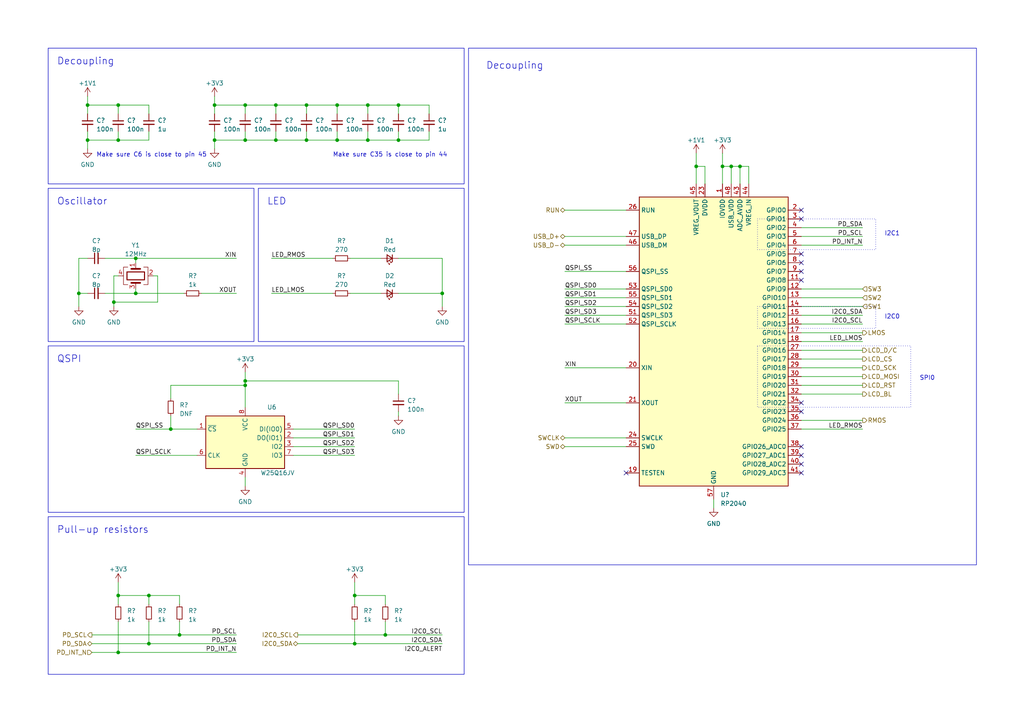
<source format=kicad_sch>
(kicad_sch (version 20230121) (generator eeschema)
  (paper "A4")
  (title_block (title "RP2040 Microcontroller") (date "2023-03-17") (rev "1") (company "Cuprum77"))
  (lib_symbols
    (symbol "Device:C_Small" (pin_numbers hide) (pin_names (offset 0.254) hide)
      (property "Reference" "C" (at 0.254 1.778 0))
      (property "Value" "C_Small" (at 0.254 -2.032 0))
      (symbol "C_Small_0_1"
        (polyline (pts (xy -1.524 -0.508) (xy 1.524 -0.508)) (stroke (width 0.3302)))
        (polyline (pts (xy -1.524 0.508) (xy 1.524 0.508)) (stroke (width 0.3048)))
      )
      (symbol "C_Small_1_1"
        (pin passive line (at 0 2.54 270) (length 2.032) (name "~") (number "1"))
        (pin passive line (at 0 -2.54 90) (length 2.032) (name "~") (number "2"))
      )
    )
    (symbol "Device:Crystal_GND24" (pin_names (offset 1.016) hide)
      (property "Reference" "Y" (at 3.175 5.08 0))
      (property "Value" "Crystal_GND24" (at 3.175 3.175 0))
      (symbol "Crystal_GND24_0_1"
        (rectangle (start -1.143 2.54) (end 1.143 -2.54) (stroke (width 0.3048)))
        (polyline (pts (xy -2.54 0) (xy -2.032 0)))
        (polyline (pts (xy -2.032 -1.27) (xy -2.032 1.27)) (stroke (width 0.508)))
        (polyline (pts (xy 0 -3.81) (xy 0 -3.556)))
        (polyline (pts (xy 0 3.556) (xy 0 3.81)))
        (polyline (pts (xy 2.032 -1.27) (xy 2.032 1.27)) (stroke (width 0.508)))
        (polyline (pts (xy 2.032 0) (xy 2.54 0)))
        (polyline (pts (xy -2.54 -2.286) (xy -2.54 -3.556) (xy 2.54 -3.556) (xy 2.54 -2.286)))
        (polyline (pts (xy -2.54 2.286) (xy -2.54 3.556) (xy 2.54 3.556) (xy 2.54 2.286)))
      )
      (symbol "Crystal_GND24_1_1"
        (pin passive line (at -3.81 0 0) (length 1.27) (name "1") (number "1"))
        (pin passive line (at 0 5.08 270) (length 1.27) (name "2") (number "2"))
        (pin passive line (at 3.81 0 180) (length 1.27) (name "3") (number "3"))
        (pin passive line (at 0 -5.08 90) (length 1.27) (name "4") (number "4"))
      )
    )
    (symbol "Device:LED_Small" (pin_numbers hide) (pin_names (offset 0.254) hide)
      (property "Reference" "D" (at -1.27 3.175 0))
      (property "Value" "LED_Small" (at -4.445 -2.54 0))
      (symbol "LED_Small_0_1"
        (polyline (pts (xy -0.762 -1.016) (xy -0.762 1.016)) (stroke (width 0.254)))
        (polyline (pts (xy 1.016 0) (xy -0.762 0)))
        (polyline (pts (xy 0.762 -1.016) (xy -0.762 0) (xy 0.762 1.016) (xy 0.762 -1.016)) (stroke (width 0.254)))
        (polyline (pts (xy 0 0.762) (xy -0.508 1.27) (xy -0.254 1.27) (xy -0.508 1.27) (xy -0.508 1.016)))
        (polyline (pts (xy 0.508 1.27) (xy 0 1.778) (xy 0.254 1.778) (xy 0 1.778) (xy 0 1.524)))
      )
      (symbol "LED_Small_1_1"
        (pin passive line (at -2.54 0 0) (length 1.778) (name "K") (number "1"))
        (pin passive line (at 2.54 0 180) (length 1.778) (name "A") (number "2"))
      )
    )
    (symbol "Device:R_Small" (pin_numbers hide) (pin_names (offset 0.254) hide)
      (property "Reference" "R" (at 0.762 0.508 0))
      (property "Value" "R_Small" (at 0.762 -1.016 0))
      (symbol "R_Small_0_1"
        (rectangle (start -0.762 1.778) (end 0.762 -1.778) (stroke (width 0.2032)))
      )
      (symbol "R_Small_1_1"
        (pin passive line (at 0 2.54 270) (length 0.762) (name "~") (number "1"))
        (pin passive line (at 0 -2.54 90) (length 0.762) (name "~") (number "2"))
      )
    )
    (symbol "MCU_RaspberryPi:RP2040"
      (property "Reference" "U" (at 17.78 45.72 0))
      (property "Value" "RP2040" (at 17.78 43.18 0))
      (symbol "RP2040_0_1"
        (rectangle (start -21.59 41.91) (end 21.59 -41.91) (stroke (width 0.254)) (fill (type background)))
      )
      (symbol "RP2040_1_1"
        (pin power_in line (at 2.54 45.72 270) (length 3.81) (name "IOVDD") (number "1"))
        (pin passive line (at 2.54 45.72 270) (length 3.81) hide (name "IOVDD") (number "10"))
        (pin bidirectional line (at 25.4 17.78 180) (length 3.81) (name "GPIO8") (number "11"))
        (pin bidirectional line (at 25.4 15.24 180) (length 3.81) (name "GPIO9") (number "12"))
        (pin bidirectional line (at 25.4 12.7 180) (length 3.81) (name "GPIO10") (number "13"))
        (pin bidirectional line (at 25.4 10.16 180) (length 3.81) (name "GPIO11") (number "14"))
        (pin bidirectional line (at 25.4 7.62 180) (length 3.81) (name "GPIO12") (number "15"))
        (pin bidirectional line (at 25.4 5.08 180) (length 3.81) (name "GPIO13") (number "16"))
        (pin bidirectional line (at 25.4 2.54 180) (length 3.81) (name "GPIO14") (number "17"))
        (pin bidirectional line (at 25.4 0 180) (length 3.81) (name "GPIO15") (number "18"))
        (pin input line (at -25.4 -38.1 0) (length 3.81) (name "TESTEN") (number "19"))
        (pin bidirectional line (at 25.4 38.1 180) (length 3.81) (name "GPIO0") (number "2"))
        (pin input line (at -25.4 -7.62 0) (length 3.81) (name "XIN") (number "20"))
        (pin passive line (at -25.4 -17.78 0) (length 3.81) (name "XOUT") (number "21"))
        (pin passive line (at 2.54 45.72 270) (length 3.81) hide (name "IOVDD") (number "22"))
        (pin power_in line (at -2.54 45.72 270) (length 3.81) (name "DVDD") (number "23"))
        (pin output line (at -25.4 -27.94 0) (length 3.81) (name "SWCLK") (number "24"))
        (pin bidirectional line (at -25.4 -30.48 0) (length 3.81) (name "SWD") (number "25"))
        (pin input line (at -25.4 38.1 0) (length 3.81) (name "RUN") (number "26"))
        (pin bidirectional line (at 25.4 -2.54 180) (length 3.81) (name "GPIO16") (number "27"))
        (pin bidirectional line (at 25.4 -5.08 180) (length 3.81) (name "GPIO17") (number "28"))
        (pin bidirectional line (at 25.4 -7.62 180) (length 3.81) (name "GPIO18") (number "29"))
        (pin bidirectional line (at 25.4 35.56 180) (length 3.81) (name "GPIO1") (number "3"))
        (pin bidirectional line (at 25.4 -10.16 180) (length 3.81) (name "GPIO19") (number "30"))
        (pin bidirectional line (at 25.4 -12.7 180) (length 3.81) (name "GPIO20") (number "31"))
        (pin bidirectional line (at 25.4 -15.24 180) (length 3.81) (name "GPIO21") (number "32"))
        (pin passive line (at 2.54 45.72 270) (length 3.81) hide (name "IOVDD") (number "33"))
        (pin bidirectional line (at 25.4 -17.78 180) (length 3.81) (name "GPIO22") (number "34"))
        (pin bidirectional line (at 25.4 -20.32 180) (length 3.81) (name "GPIO23") (number "35"))
        (pin bidirectional line (at 25.4 -22.86 180) (length 3.81) (name "GPIO24") (number "36"))
        (pin bidirectional line (at 25.4 -25.4 180) (length 3.81) (name "GPIO25") (number "37"))
        (pin bidirectional line (at 25.4 -30.48 180) (length 3.81) (name "GPIO26_ADC0") (number "38"))
        (pin bidirectional line (at 25.4 -33.02 180) (length 3.81) (name "GPIO27_ADC1") (number "39"))
        (pin bidirectional line (at 25.4 33.02 180) (length 3.81) (name "GPIO2") (number "4"))
        (pin bidirectional line (at 25.4 -35.56 180) (length 3.81) (name "GPIO28_ADC2") (number "40"))
        (pin bidirectional line (at 25.4 -38.1 180) (length 3.81) (name "GPIO29_ADC3") (number "41"))
        (pin passive line (at 2.54 45.72 270) (length 3.81) hide (name "IOVDD") (number "42"))
        (pin power_in line (at 7.62 45.72 270) (length 3.81) (name "ADC_AVDD") (number "43"))
        (pin power_in line (at 10.16 45.72 270) (length 3.81) (name "VREG_IN") (number "44"))
        (pin power_out line (at -5.08 45.72 270) (length 3.81) (name "VREG_VOUT") (number "45"))
        (pin bidirectional line (at -25.4 27.94 0) (length 3.81) (name "USB_DM") (number "46"))
        (pin bidirectional line (at -25.4 30.48 0) (length 3.81) (name "USB_DP") (number "47"))
        (pin power_in line (at 5.08 45.72 270) (length 3.81) (name "USB_VDD") (number "48"))
        (pin passive line (at 2.54 45.72 270) (length 3.81) hide (name "IOVDD") (number "49"))
        (pin bidirectional line (at 25.4 30.48 180) (length 3.81) (name "GPIO3") (number "5"))
        (pin passive line (at -2.54 45.72 270) (length 3.81) hide (name "DVDD") (number "50"))
        (pin bidirectional line (at -25.4 7.62 0) (length 3.81) (name "QSPI_SD3") (number "51"))
        (pin output line (at -25.4 5.08 0) (length 3.81) (name "QSPI_SCLK") (number "52"))
        (pin bidirectional line (at -25.4 15.24 0) (length 3.81) (name "QSPI_SD0") (number "53"))
        (pin bidirectional line (at -25.4 10.16 0) (length 3.81) (name "QSPI_SD2") (number "54"))
        (pin bidirectional line (at -25.4 12.7 0) (length 3.81) (name "QSPI_SD1") (number "55"))
        (pin bidirectional line (at -25.4 20.32 0) (length 3.81) (name "QSPI_SS") (number "56"))
        (pin power_in line (at 0 -45.72 90) (length 3.81) (name "GND") (number "57"))
        (pin bidirectional line (at 25.4 27.94 180) (length 3.81) (name "GPIO4") (number "6"))
        (pin bidirectional line (at 25.4 25.4 180) (length 3.81) (name "GPIO5") (number "7"))
        (pin bidirectional line (at 25.4 22.86 180) (length 3.81) (name "GPIO6") (number "8"))
        (pin bidirectional line (at 25.4 20.32 180) (length 3.81) (name "GPIO7") (number "9"))
      )
    )
    (symbol "Memory_Flash:W25Q32JVSS"
      (property "Reference" "U6" (at 6.35 10.16 0))
      (property "Value" "W25Q16JV" (at 4.445 -8.89 0))
      (symbol "W25Q32JVSS_0_1"
        (rectangle (start -11.43 7.62) (end 11.43 -7.62) (stroke (width 0.254)) (fill (type background)))
      )
      (symbol "W25Q32JVSS_1_1"
        (pin input line (at -13.97 3.81 0) (length 2.54) (name "~{CS}") (number "1"))
        (pin bidirectional line (at 13.97 1.27 180) (length 2.54) (name "DO(IO1)") (number "2"))
        (pin bidirectional line (at 13.97 -1.27 180) (length 2.54) (name "IO2") (number "3"))
        (pin power_in line (at 0 -10.16 90) (length 2.54) (name "GND") (number "4"))
        (pin bidirectional line (at 13.97 3.81 180) (length 2.54) (name "DI(IO0)") (number "5"))
        (pin input line (at -13.97 -3.81 0) (length 2.54) (name "CLK") (number "6"))
        (pin bidirectional line (at 13.97 -3.81 180) (length 2.54) (name "IO3") (number "7"))
        (pin power_in line (at 0 10.16 270) (length 2.54) (name "VCC") (number "8"))
      )
    )
    (symbol "power:+1V1" (power) (pin_names (offset 0))
      (property "Value" "+1V1" (at 0 3.556 0))
      (symbol "+1V1_0_1"
        (polyline (pts (xy -0.762 1.27) (xy 0 2.54)))
        (polyline (pts (xy 0 0) (xy 0 2.54)))
        (polyline (pts (xy 0 2.54) (xy 0.762 1.27)))
      )
      (symbol "+1V1_1_1"
        (pin power_in line (at 0 0 90) (length 0) hide (name "+1V1") (number "1"))
      )
    )
    (symbol "power:+3V3" (power) (pin_names (offset 0))
      (property "Value" "+3V3" (at 0 3.556 0))
      (symbol "+3V3_0_1"
        (polyline (pts (xy -0.762 1.27) (xy 0 2.54)))
        (polyline (pts (xy 0 0) (xy 0 2.54)))
        (polyline (pts (xy 0 2.54) (xy 0.762 1.27)))
      )
      (symbol "+3V3_1_1"
        (pin power_in line (at 0 0 90) (length 0) hide (name "+3V3") (number "1"))
      )
    )
    (symbol "power:GND" (power) (pin_names (offset 0))
      (property "Value" "GND" (at 0 -3.81 0))
      (symbol "GND_0_1"
        (polyline (pts (xy 0 0) (xy 0 -1.27) (xy 1.27 -1.27) (xy 0 -2.54) (xy -1.27 -1.27) (xy 0 -1.27)))
      )
      (symbol "GND_1_1"
        (pin power_in line (at 0 0 270) (length 0) hide (name "GND") (number "1"))
      )
    )
  )
  (junction (at 25.4 40.64))
  (junction (at 88.9 40.64))
  (junction (at 34.29 40.64))
  (junction (at 106.68 40.64))
  (junction (at 43.18 172.72))
  (junction (at 111.76 184.15))
  (junction (at 39.37 74.93))
  (junction (at 212.09 48.26))
  (junction (at 71.12 30.48))
  (junction (at 115.57 30.48))
  (junction (at 201.93 48.26))
  (junction (at 34.29 30.48))
  (junction (at 43.18 186.69))
  (junction (at 102.87 186.69))
  (junction (at 39.37 85.09))
  (junction (at 34.29 172.72))
  (junction (at 80.01 40.64))
  (junction (at 115.57 40.64))
  (junction (at 209.55 48.26))
  (junction (at 22.86 85.09))
  (junction (at 71.12 40.64))
  (junction (at 34.29 189.23))
  (junction (at 102.87 172.72))
  (junction (at 106.68 30.48))
  (junction (at 62.23 30.48))
  (junction (at 97.79 30.48))
  (junction (at 62.23 40.64))
  (junction (at 71.12 111.76))
  (junction (at 128.27 85.09))
  (junction (at 80.01 30.48))
  (junction (at 97.79 40.64))
  (junction (at 33.02 87.63))
  (junction (at 71.12 110.49))
  (junction (at 52.07 184.15))
  (junction (at 88.9 30.48))
  (junction (at 49.53 124.46))
  (junction (at 25.4 30.48))
  (junction (at 214.63 48.26))
  (no_connect (at 232.41 63.5))
  (no_connect (at 232.41 76.2))
  (no_connect (at 232.41 119.38))
  (no_connect (at 232.41 78.74))
  (no_connect (at 232.41 60.96))
  (no_connect (at 232.41 137.16))
  (no_connect (at 232.41 73.66))
  (no_connect (at 232.41 134.62))
  (no_connect (at 232.41 116.84))
  (no_connect (at 232.41 81.28))
  (no_connect (at 232.41 129.54))
  (no_connect (at 181.61 137.16))
  (no_connect (at 232.41 132.08))
  (wire (pts (xy 201.93 53.34) (xy 201.93 48.26)))
  (wire (pts (xy 97.79 30.48) (xy 97.79 33.02)))
  (wire (pts (xy 102.87 168.91) (xy 102.87 172.72)))
  (wire (pts (xy 22.86 85.09) (xy 25.4 85.09)))
  (wire (pts (xy 102.87 175.26) (xy 102.87 172.72)))
  (wire (pts (xy 102.87 132.08) (xy 85.09 132.08)))
  (wire (pts (xy 43.18 180.34) (xy 43.18 186.69)))
  (wire (pts (xy 33.02 87.63) (xy 33.02 80.01)))
  (wire (pts (xy 71.12 140.97) (xy 71.12 138.43)))
  (wire (pts (xy 232.41 121.92) (xy 250.19 121.92)))
  (wire (pts (xy 163.83 78.74) (xy 181.61 78.74)))
  (wire (pts (xy 232.41 99.06) (xy 250.19 99.06)))
  (wire (pts (xy 111.76 180.34) (xy 111.76 184.15)))
  (wire (pts (xy 34.29 189.23) (xy 68.58 189.23)))
  (wire (pts (xy 71.12 107.95) (xy 71.12 110.49)))
  (wire (pts (xy 214.63 48.26) (xy 212.09 48.26)))
  (wire (pts (xy 232.41 88.9) (xy 250.19 88.9)))
  (wire (pts (xy 52.07 184.15) (xy 68.58 184.15)))
  (wire (pts (xy 71.12 30.48) (xy 80.01 30.48)))
  (wire (pts (xy 232.41 106.68) (xy 250.19 106.68)))
  (wire (pts (xy 209.55 44.45) (xy 209.55 48.26)))
  (wire (pts (xy 217.17 48.26) (xy 214.63 48.26)))
  (wire (pts (xy 209.55 48.26) (xy 209.55 53.34)))
  (wire (pts (xy 115.57 40.64) (xy 124.46 40.64)))
  (wire (pts (xy 163.83 86.36) (xy 181.61 86.36)))
  (wire (pts (xy 207.01 147.32) (xy 207.01 144.78)))
  (wire (pts (xy 115.57 30.48) (xy 115.57 33.02)))
  (wire (pts (xy 52.07 172.72) (xy 43.18 172.72)))
  (wire (pts (xy 163.83 93.98) (xy 181.61 93.98)))
  (wire (pts (xy 22.86 88.9) (xy 22.86 85.09)))
  (wire (pts (xy 86.36 184.15) (xy 111.76 184.15)))
  (wire (pts (xy 163.83 91.44) (xy 181.61 91.44)))
  (wire (pts (xy 115.57 114.3) (xy 115.57 110.49)))
  (wire (pts (xy 80.01 40.64) (xy 88.9 40.64)))
  (wire (pts (xy 102.87 129.54) (xy 85.09 129.54)))
  (wire (pts (xy 115.57 85.09) (xy 128.27 85.09)))
  (wire (pts (xy 62.23 30.48) (xy 71.12 30.48)))
  (wire (pts (xy 232.41 93.98) (xy 250.19 93.98)))
  (wire (pts (xy 62.23 38.1) (xy 62.23 40.64)))
  (wire (pts (xy 62.23 30.48) (xy 62.23 33.02)))
  (wire (pts (xy 96.52 85.09) (xy 78.74 85.09)))
  (wire (pts (xy 39.37 85.09) (xy 39.37 83.82)))
  (wire (pts (xy 232.41 104.14) (xy 250.19 104.14)))
  (wire (pts (xy 44.45 80.01) (xy 45.72 80.01)))
  (wire (pts (xy 25.4 40.64) (xy 25.4 43.18)))
  (wire (pts (xy 49.53 111.76) (xy 71.12 111.76)))
  (wire (pts (xy 204.47 48.26) (xy 204.47 53.34)))
  (wire (pts (xy 45.72 87.63) (xy 33.02 87.63)))
  (wire (pts (xy 34.29 180.34) (xy 34.29 189.23)))
  (wire (pts (xy 128.27 85.09) (xy 128.27 88.9)))
  (wire (pts (xy 97.79 40.64) (xy 106.68 40.64)))
  (wire (pts (xy 106.68 40.64) (xy 106.68 38.1)))
  (wire (pts (xy 163.83 116.84) (xy 181.61 116.84)))
  (wire (pts (xy 30.48 74.93) (xy 39.37 74.93)))
  (wire (pts (xy 102.87 124.46) (xy 85.09 124.46)))
  (wire (pts (xy 163.83 83.82) (xy 181.61 83.82)))
  (wire (pts (xy 25.4 30.48) (xy 25.4 33.02)))
  (wire (pts (xy 39.37 85.09) (xy 53.34 85.09)))
  (wire (pts (xy 232.41 91.44) (xy 250.19 91.44)))
  (wire (pts (xy 163.83 71.12) (xy 181.61 71.12)))
  (wire (pts (xy 250.19 96.52) (xy 232.41 96.52)))
  (wire (pts (xy 39.37 124.46) (xy 49.53 124.46)))
  (wire (pts (xy 163.83 106.68) (xy 181.61 106.68)))
  (wire (pts (xy 33.02 80.01) (xy 34.29 80.01)))
  (wire (pts (xy 111.76 175.26) (xy 111.76 172.72)))
  (wire (pts (xy 80.01 30.48) (xy 80.01 33.02)))
  (wire (pts (xy 25.4 27.94) (xy 25.4 30.48)))
  (wire (pts (xy 49.53 124.46) (xy 57.15 124.46)))
  (wire (pts (xy 232.41 114.3) (xy 250.19 114.3)))
  (wire (pts (xy 232.41 124.46) (xy 250.19 124.46)))
  (wire (pts (xy 52.07 180.34) (xy 52.07 184.15)))
  (wire (pts (xy 102.87 180.34) (xy 102.87 186.69)))
  (wire (pts (xy 71.12 111.76) (xy 71.12 118.11)))
  (wire (pts (xy 68.58 85.09) (xy 58.42 85.09)))
  (wire (pts (xy 49.53 111.76) (xy 49.53 115.57)))
  (wire (pts (xy 115.57 40.64) (xy 115.57 38.1)))
  (wire (pts (xy 43.18 30.48) (xy 43.18 33.02)))
  (wire (pts (xy 71.12 40.64) (xy 80.01 40.64)))
  (wire (pts (xy 52.07 175.26) (xy 52.07 172.72)))
  (wire (pts (xy 163.83 68.58) (xy 181.61 68.58)))
  (wire (pts (xy 212.09 53.34) (xy 212.09 48.26)))
  (wire (pts (xy 26.67 189.23) (xy 34.29 189.23)))
  (wire (pts (xy 88.9 40.64) (xy 97.79 40.64)))
  (wire (pts (xy 49.53 120.65) (xy 49.53 124.46)))
  (wire (pts (xy 163.83 129.54) (xy 181.61 129.54)))
  (wire (pts (xy 22.86 85.09) (xy 22.86 74.93)))
  (wire (pts (xy 39.37 76.2) (xy 39.37 74.93)))
  (wire (pts (xy 101.6 74.93) (xy 110.49 74.93)))
  (wire (pts (xy 97.79 40.64) (xy 97.79 38.1)))
  (wire (pts (xy 106.68 30.48) (xy 106.68 33.02)))
  (wire (pts (xy 106.68 40.64) (xy 115.57 40.64)))
  (wire (pts (xy 43.18 30.48) (xy 34.29 30.48)))
  (wire (pts (xy 96.52 74.93) (xy 78.74 74.93)))
  (wire (pts (xy 45.72 80.01) (xy 45.72 87.63)))
  (wire (pts (xy 115.57 30.48) (xy 124.46 30.48)))
  (wire (pts (xy 22.86 74.93) (xy 25.4 74.93)))
  (wire (pts (xy 71.12 110.49) (xy 115.57 110.49)))
  (wire (pts (xy 232.41 111.76) (xy 250.19 111.76)))
  (wire (pts (xy 71.12 40.64) (xy 71.12 38.1)))
  (wire (pts (xy 71.12 30.48) (xy 71.12 33.02)))
  (wire (pts (xy 34.29 30.48) (xy 34.29 33.02)))
  (wire (pts (xy 86.36 186.69) (xy 102.87 186.69)))
  (wire (pts (xy 217.17 53.34) (xy 217.17 48.26)))
  (wire (pts (xy 34.29 172.72) (xy 34.29 175.26)))
  (wire (pts (xy 97.79 30.48) (xy 106.68 30.48)))
  (wire (pts (xy 43.18 186.69) (xy 68.58 186.69)))
  (wire (pts (xy 232.41 109.22) (xy 250.19 109.22)))
  (wire (pts (xy 26.67 184.15) (xy 52.07 184.15)))
  (wire (pts (xy 34.29 168.91) (xy 34.29 172.72)))
  (wire (pts (xy 25.4 40.64) (xy 34.29 40.64)))
  (wire (pts (xy 232.41 66.04) (xy 250.19 66.04)))
  (wire (pts (xy 43.18 175.26) (xy 43.18 172.72)))
  (wire (pts (xy 88.9 30.48) (xy 88.9 33.02)))
  (wire (pts (xy 128.27 74.93) (xy 128.27 85.09)))
  (wire (pts (xy 106.68 30.48) (xy 115.57 30.48)))
  (wire (pts (xy 232.41 71.12) (xy 250.19 71.12)))
  (wire (pts (xy 128.27 74.93) (xy 115.57 74.93)))
  (wire (pts (xy 232.41 68.58) (xy 250.19 68.58)))
  (wire (pts (xy 232.41 86.36) (xy 250.19 86.36)))
  (wire (pts (xy 102.87 127) (xy 85.09 127)))
  (wire (pts (xy 33.02 88.9) (xy 33.02 87.63)))
  (wire (pts (xy 201.93 44.45) (xy 201.93 48.26)))
  (wire (pts (xy 25.4 38.1) (xy 25.4 40.64)))
  (wire (pts (xy 43.18 38.1) (xy 43.18 40.64)))
  (wire (pts (xy 163.83 88.9) (xy 181.61 88.9)))
  (wire (pts (xy 124.46 40.64) (xy 124.46 38.1)))
  (wire (pts (xy 80.01 30.48) (xy 88.9 30.48)))
  (wire (pts (xy 115.57 120.65) (xy 115.57 119.38)))
  (wire (pts (xy 88.9 30.48) (xy 97.79 30.48)))
  (wire (pts (xy 212.09 48.26) (xy 209.55 48.26)))
  (wire (pts (xy 102.87 186.69) (xy 128.27 186.69)))
  (wire (pts (xy 34.29 38.1) (xy 34.29 40.64)))
  (wire (pts (xy 43.18 172.72) (xy 34.29 172.72)))
  (wire (pts (xy 163.83 60.96) (xy 181.61 60.96)))
  (wire (pts (xy 30.48 85.09) (xy 39.37 85.09)))
  (wire (pts (xy 34.29 30.48) (xy 25.4 30.48)))
  (wire (pts (xy 62.23 40.64) (xy 71.12 40.64)))
  (wire (pts (xy 111.76 184.15) (xy 128.27 184.15)))
  (wire (pts (xy 232.41 83.82) (xy 250.19 83.82)))
  (wire (pts (xy 62.23 43.18) (xy 62.23 40.64)))
  (wire (pts (xy 101.6 85.09) (xy 110.49 85.09)))
  (wire (pts (xy 232.41 101.6) (xy 250.19 101.6)))
  (wire (pts (xy 71.12 110.49) (xy 71.12 111.76)))
  (wire (pts (xy 201.93 48.26) (xy 204.47 48.26)))
  (wire (pts (xy 80.01 40.64) (xy 80.01 38.1)))
  (wire (pts (xy 62.23 27.94) (xy 62.23 30.48)))
  (wire (pts (xy 163.83 127) (xy 181.61 127)))
  (wire (pts (xy 88.9 40.64) (xy 88.9 38.1)))
  (wire (pts (xy 214.63 53.34) (xy 214.63 48.26)))
  (wire (pts (xy 39.37 74.93) (xy 68.58 74.93)))
  (wire (pts (xy 26.67 186.69) (xy 43.18 186.69)))
  (wire (pts (xy 124.46 30.48) (xy 124.46 33.02)))
  (wire (pts (xy 102.87 172.72) (xy 111.76 172.72)))
  (wire (pts (xy 39.37 132.08) (xy 57.15 132.08)))
  (wire (pts (xy 34.29 40.64) (xy 43.18 40.64)))
  (rectangle (start 13.97 149.86) (end 134.62 195.58))
  (rectangle (start 74.93 54.61) (end 134.62 99.06))
  (rectangle (start 219.71 63.5) (end 254 72.39) (stroke (width 0) (type dot)))
  (rectangle (start 219.71 100.33) (end 264.16 118.11) (stroke (width 0) (type dot)))
  (rectangle (start 13.97 100.33) (end 134.62 148.59))
  (rectangle (start 13.97 54.61) (end 73.66 99.06))
  (rectangle (start 135.89 13.97) (end 283.21 163.83))
  (rectangle (start 13.97 13.97) (end 134.62 53.34))
  (rectangle (start 219.71 88.9) (end 254 95.25) (stroke (width 0) (type dot)))
  (text "Oscillator" (at 16.51 59.69 0) (effects (font (size 2 2)) (justify left bottom)))
  (text "SPI0" (at 266.7 110.49 0) (effects (font (size 1.27 1.27)) (justify left bottom)))
  (text "Pull-up resistors" (at 16.51 154.94 0) (effects (font (size 2 2)) (justify left bottom)))
  (text "I2C1" (at 256.54 68.58 0) (effects (font (size 1.27 1.27)) (justify left bottom)))
  (text "LED" (at 77.47 59.69 0) (effects (font (size 2 2)) (justify left bottom)))
  (text "Decoupling" (at 16.51 19.05 0) (effects (font (size 2 2)) (justify left bottom)))
  (text "QSPI" (at 16.51 105.41 0) (effects (font (size 2 2)) (justify left bottom)))
  (text "Decoupling" (at 140.97 20.32 0) (effects (font (size 2 2)) (justify left bottom)))
  (text "Make sure C6 is close to pin 45" (at 27.94 45.72 0) (effects (font (size 1.27 1.27)) (justify left bottom)))
  (text "I2C0" (at 256.54 92.71 0) (effects (font (size 1.27 1.27)) (justify left bottom)))
  (text "Make sure C35 is close to pin 44" (at 96.52 45.72 0) (effects (font (size 1.27 1.27)) (justify left bottom)))
  (label "QSPI_SD1" (at 163.83 86.36 0))
  (label "I2C0_ALERT" (at 128.27 189.23 180))
  (label "I2C0_SCL" (at 250.19 93.98 180))
  (label "XOUT" (at 68.58 85.09 180))
  (label "I2C0_SCL" (at 128.27 184.15 180))
  (label "QSPI_SCLK" (at 39.37 132.08 0))
  (label "LED_RMOS" (at 78.74 74.93 0))
  (label "LED_LMOS" (at 78.74 85.09 0))
  (label "XOUT" (at 163.83 116.84 0))
  (label "PD_INT_N" (at 68.58 189.23 180))
  (label "QSPI_SD0" (at 102.87 124.46 180))
  (label "LED_LMOS" (at 250.19 99.06 180))
  (label "PD_SCL" (at 250.19 68.58 180))
  (label "QSPI_SS" (at 163.83 78.74 0))
  (label "QSPI_SS" (at 39.37 124.46 0))
  (label "PD_SDA" (at 68.58 186.69 180))
  (label "LED_RMOS" (at 250.19 124.46 180))
  (label "QSPI_SD3" (at 163.83 91.44 0))
  (label "PD_INT_N" (at 250.19 71.12 180))
  (label "QSPI_SD2" (at 102.87 129.54 180))
  (label "QSPI_SD0" (at 163.83 83.82 0))
  (label "PD_SDA" (at 250.19 66.04 180))
  (label "XIN" (at 68.58 74.93 180))
  (label "PD_SCL" (at 68.58 184.15 180))
  (label "QSPI_SCLK" (at 163.83 93.98 0))
  (label "I2C0_SDA" (at 250.19 91.44 180))
  (label "I2C0_SDA" (at 128.27 186.69 180))
  (label "QSPI_SD3" (at 102.87 132.08 180))
  (label "QSPI_SD1" (at 102.87 127 180))
  (label "QSPI_SD2" (at 163.83 88.9 0))
  (label "XIN" (at 163.83 106.68 0))
  (hierarchical_label "RMOS" (shape output) (at 250.19 121.92 0))
  (hierarchical_label "LCD_MOSI" (shape output) (at 250.19 109.22 0))
  (hierarchical_label "RUN" (shape bidirectional) (at 163.83 60.96 180))
  (hierarchical_label "PD_INT_N" (shape input) (at 26.67 189.23 180))
  (hierarchical_label "LMOS" (shape output) (at 250.19 96.52 0))
  (hierarchical_label "LCD_CS" (shape output) (at 250.19 104.14 0))
  (hierarchical_label "SW2" (shape input) (at 250.19 86.36 0))
  (hierarchical_label "LCD_RST" (shape output) (at 250.19 111.76 0))
  (hierarchical_label "I2C0_SCL" (shape output) (at 86.36 184.15 180))
  (hierarchical_label "LCD_BL" (shape output) (at 250.19 114.3 0))
  (hierarchical_label "LCD_SCK" (shape output) (at 250.19 106.68 0))
  (hierarchical_label "SWCLK" (shape bidirectional) (at 163.83 127 180))
  (hierarchical_label "PD_SDA" (shape bidirectional) (at 26.67 186.69 180))
  (hierarchical_label "SW3" (shape input) (at 250.19 83.82 0))
  (hierarchical_label "SW1" (shape input) (at 250.19 88.9 0))
  (hierarchical_label "I2C0_SDA" (shape bidirectional) (at 86.36 186.69 180))
  (hierarchical_label "USB_D+" (shape bidirectional) (at 163.83 68.58 180))
  (hierarchical_label "PD_SCL" (shape output) (at 26.67 184.15 180))
  (hierarchical_label "SWD" (shape bidirectional) (at 163.83 129.54 180))
  (hierarchical_label "USB_D-" (shape bidirectional) (at 163.83 71.12 180))
  (hierarchical_label "LCD_D{slash}C" (shape output) (at 250.19 101.6 0))
  (symbol (lib_id "power:GND") (at 25.4 43.18 0) (unit 1)
    (property "Reference" "#PWR?" (effects hide))
    (property "Value" "GND" (at 25.4 47.7425 0))
    (instances (project "USB-PD" (path "" (reference "#PWR?") (unit 1)) (path "" (reference "#PWR08") (unit 1))))
  )
  (symbol (lib_id "power:+3V3") (at 209.55 44.45 0) (unit 1)
    (property "Reference" "#PWR?" (effects hide))
    (property "Value" "+3V3" (at 209.55 40.64 0))
    (instances (project "USB-PD" (path "" (reference "#PWR?") (unit 1)) (path "" (reference "#PWR021") (unit 1))))
  )
  (symbol (lib_id "power:+3V3") (at 62.23 27.94 0) (unit 1)
    (property "Reference" "#PWR?" (effects hide))
    (property "Value" "+3V3" (at 62.23 24.13 0))
    (instances (project "USB-PD" (path "" (reference "#PWR?") (unit 1)) (path "" (reference "#PWR010") (unit 1))))
  )
  (symbol (lib_id "power:+3V3") (at 34.29 168.91 0) (unit 1)
    (property "Reference" "#PWR?" (effects hide))
    (property "Value" "+3V3" (at 34.29 165.1 0))
    (instances (project "USB-PD" (path "" (reference "#PWR?") (unit 1)) (path "" (reference "#PWR041") (unit 1)) (path "" (reference "#PWR041") (unit 1))))
  )
  (symbol (lib_id "Device:R_Small") (at 52.07 177.8 180) (unit 1)
    (property "Reference" "R?" (at 54.61 177.165 0) (effects (justify right)))
    (property "Value" "1k" (at 54.61 179.705 0) (effects (justify right)))
    (property "Footprint" "Cuprum:R_0603_1608Metric" (effects hide))
    (instances (project "USB-PD" (path "" (reference "R?") (unit 1)) (path "" (reference "R9") (unit 1)) (path "" (reference "R12") (unit 1)) (path "" (reference "R10") (unit 1))))
  )
  (symbol (lib_id "Device:LED_Small") (at 113.03 74.93 180) (unit 1)
    (property "Reference" "D1" (at 113.03 69.85 0))
    (property "Value" "Red" (at 113.03 72.39 0))
    (property "Footprint" "Diode_SMD:D_0805_2012Metric" (effects hide))
  )
  (symbol (lib_id "Device:C_Small") (at 34.29 35.56 0) (unit 1)
    (property "Reference" "C?" (at 36.83 34.9313 0) (effects (justify left)))
    (property "Value" "100n" (at 36.83 37.4713 0) (effects (justify left)))
    (property "Footprint" "KiCAD Library:C_0603_1608Metric" (effects hide))
    (instances (project "USB-PD" (path "" (reference "C?") (unit 1)) (path "" (reference "C10") (unit 1))))
  )
  (symbol (lib_id "power:GND") (at 207.01 147.32 0) (unit 1)
    (property "Reference" "#PWR?" (effects hide))
    (property "Value" "GND" (at 207.01 151.8825 0))
    (instances (project "USB-PD" (path "" (reference "#PWR?") (unit 1)) (path "" (reference "#PWR028") (unit 1))))
  )
  (symbol (lib_id "power:GND") (at 128.27 88.9 0) (unit 1)
    (property "Reference" "#PWR?" (effects hide))
    (property "Value" "GND" (at 128.27 93.4625 0))
    (instances (project "USB-PD" (path "" (reference "#PWR?") (unit 1)) (path "" (reference "#PWR051") (unit 1))))
  )
  (symbol (lib_id "Device:Crystal_GND24") (at 39.37 80.01 270) (unit 1)
    (property "Reference" "Y1" (at 39.37 71.12 90))
    (property "Value" "12MHz" (at 39.37 73.66 90))
    (property "Footprint" "Crystal:Crystal_SMD_2520-4Pin_2.5x2.0mm" (effects hide))
  )
  (symbol (lib_id "Memory_Flash:W25Q32JVSS") (at 71.12 128.27 0) (unit 1)
    (property "Reference" "U6" (at 77.47 118.11 0) (effects (justify left)))
    (property "Value" "W25Q16JV" (at 75.565 137.16 0) (effects (justify left)))
    (property "Footprint" "Package_SO:SOIC-8_3.9x4.9mm_P1.27mm" (effects hide))
    (property "Datasheet" "http://www.winbond.com/resource-files/w25q32jv%20revg%2003272018%20plus.pdf" (effects hide))
  )
  (symbol (lib_id "Device:C_Small") (at 27.94 85.09 90) (unit 1)
    (property "Reference" "C?" (at 27.9463 80.01 90))
    (property "Value" "8p" (at 27.9463 82.55 90))
    (property "Footprint" "KiCAD Library:C_0603_1608Metric" (effects hide))
    (instances (project "USB-PD" (path "" (reference "C?") (unit 1)) (path "" (reference "C38") (unit 1))))
  )
  (symbol (lib_id "power:+1V1") (at 201.93 44.45 0) (unit 1)
    (property "Reference" "#PWR016" (effects hide))
    (property "Value" "+1V1" (at 201.93 40.64 0))
  )
  (symbol (lib_id "Device:R_Small") (at 102.87 177.8 180) (unit 1)
    (property "Reference" "R?" (at 105.41 177.165 0) (effects (justify right)))
    (property "Value" "1k" (at 105.41 179.705 0) (effects (justify right)))
    (property "Footprint" "Cuprum:R_0603_1608Metric" (effects hide))
    (instances (project "USB-PD" (path "" (reference "R?") (unit 1)) (path "" (reference "R9") (unit 1)) (path "" (reference "R12") (unit 1)) (path "" (reference "R12") (unit 1))))
  )
  (symbol (lib_id "Device:R_Small") (at 99.06 85.09 270) (unit 1)
    (property "Reference" "R?" (at 99.06 80.01 90))
    (property "Value" "270" (at 99.06 82.55 90))
    (property "Footprint" "Cuprum:R_0603_1608Metric" (effects hide))
    (instances (project "USB-PD" (path "" (reference "R?") (unit 1)) (path "" (reference "R9") (unit 1)) (path "" (reference "R12") (unit 1)) (path "" (reference "R14") (unit 1))))
  )
  (symbol (lib_id "MCU_RaspberryPi:RP2040") (at 207.01 99.06 0) (unit 1)
    (property "Reference" "U?" (at 208.9659 143.51 0) (effects (justify left)))
    (property "Value" "RP2040" (at 208.9659 146.05 0) (effects (justify left)))
    (property "Footprint" "Package_DFN_QFN:QFN-56-1EP_7x7mm_P0.4mm_EP3.2x3.2mm" (effects hide))
    (property "Datasheet" "https://datasheets.raspberrypi.com/rp2040/rp2040-datasheet.pdf" (effects hide))
    (instances (project "USB-PD" (path "" (reference "U?") (unit 1)) (path "" (reference "U2") (unit 1))))
  )
  (symbol (lib_id "power:+3V3") (at 71.12 107.95 0) (unit 1)
    (property "Reference" "#PWR?" (effects hide))
    (property "Value" "+3V3" (at 71.12 104.14 0))
    (instances (project "USB-PD" (path "" (reference "#PWR?") (unit 1)) (path "" (reference "#PWR050") (unit 1))))
  )
  (symbol (lib_id "Device:C_Small") (at 25.4 35.56 0) (unit 1)
    (property "Reference" "C?" (at 27.94 34.9313 0) (effects (justify left)))
    (property "Value" "100n" (at 27.94 37.4713 0) (effects (justify left)))
    (property "Footprint" "KiCAD Library:C_0603_1608Metric" (effects hide))
    (instances (project "USB-PD" (path "" (reference "C?") (unit 1)) (path "" (reference "C8") (unit 1))))
  )
  (symbol (lib_id "Device:R_Small") (at 55.88 85.09 270) (unit 1)
    (property "Reference" "R?" (at 55.88 80.01 90))
    (property "Value" "1k" (at 55.88 82.55 90))
    (property "Footprint" "Cuprum:R_0603_1608Metric" (effects hide))
    (instances (project "USB-PD" (path "" (reference "R?") (unit 1)) (path "" (reference "R9") (unit 1)) (path "" (reference "R12") (unit 1)) (path "" (reference "R15") (unit 1))))
  )
  (symbol (lib_id "Device:C_Small") (at 97.79 35.56 0) (unit 1)
    (property "Reference" "C?" (at 100.33 34.9313 0) (effects (justify left)))
    (property "Value" "100n" (at 100.33 37.4713 0) (effects (justify left)))
    (property "Footprint" "KiCAD Library:C_0603_1608Metric" (effects hide))
    (instances (project "USB-PD" (path "" (reference "C?") (unit 1)) (path "" (reference "C32") (unit 1))))
  )
  (symbol (lib_id "power:GND") (at 22.86 88.9 0) (unit 1)
    (property "Reference" "#PWR?" (effects hide))
    (property "Value" "GND" (at 22.86 93.4625 0))
    (instances (project "USB-PD" (path "" (reference "#PWR?") (unit 1)) (path "" (reference "#PWR052") (unit 1))))
  )
  (symbol (lib_id "Device:C_Small") (at 124.46 35.56 0) (unit 1)
    (property "Reference" "C?" (at 127 34.9313 0) (effects (justify left)))
    (property "Value" "1u" (at 127 37.4713 0) (effects (justify left)))
    (property "Footprint" "KiCAD Library:C_0603_1608Metric" (effects hide))
    (instances (project "USB-PD" (path "" (reference "C?") (unit 1)) (path "" (reference "C35") (unit 1))))
  )
  (symbol (lib_id "Device:C_Small") (at 106.68 35.56 0) (unit 1)
    (property "Reference" "C?" (at 109.22 34.9313 0) (effects (justify left)))
    (property "Value" "100n" (at 109.22 37.4713 0) (effects (justify left)))
    (property "Footprint" "KiCAD Library:C_0603_1608Metric" (effects hide))
    (instances (project "USB-PD" (path "" (reference "C?") (unit 1)) (path "" (reference "C33") (unit 1))))
  )
  (symbol (lib_id "power:GND") (at 33.02 88.9 0) (unit 1)
    (property "Reference" "#PWR?" (effects hide))
    (property "Value" "GND" (at 33.02 93.4625 0))
    (instances (project "USB-PD" (path "" (reference "#PWR?") (unit 1)) (path "" (reference "#PWR053") (unit 1))))
  )
  (symbol (lib_id "Device:R_Small") (at 99.06 74.93 270) (unit 1)
    (property "Reference" "R?" (at 99.06 69.85 90))
    (property "Value" "270" (at 99.06 72.39 90))
    (property "Footprint" "Cuprum:R_0603_1608Metric" (effects hide))
    (instances (project "USB-PD" (path "" (reference "R?") (unit 1)) (path "" (reference "R9") (unit 1)) (path "" (reference "R12") (unit 1)) (path "" (reference "R3") (unit 1))))
  )
  (symbol (lib_id "power:+3V3") (at 102.87 168.91 0) (unit 1)
    (property "Reference" "#PWR?" (effects hide))
    (property "Value" "+3V3" (at 102.87 165.1 0))
    (instances (project "USB-PD" (path "" (reference "#PWR?") (unit 1)) (path "" (reference "#PWR041") (unit 1)) (path "" (reference "#PWR042") (unit 1))))
  )
  (symbol (lib_id "power:GND") (at 115.57 120.65 0) (unit 1)
    (property "Reference" "#PWR?" (effects hide))
    (property "Value" "GND" (at 115.57 125.2125 0))
    (instances (project "USB-PD" (path "" (reference "#PWR?") (unit 1)) (path "" (reference "#PWR049") (unit 1))))
  )
  (symbol (lib_id "Device:C_Small") (at 115.57 35.56 0) (unit 1)
    (property "Reference" "C?" (at 118.11 34.9313 0) (effects (justify left)))
    (property "Value" "100n" (at 118.11 37.4713 0) (effects (justify left)))
    (property "Footprint" "KiCAD Library:C_0603_1608Metric" (effects hide))
    (instances (project "USB-PD" (path "" (reference "C?") (unit 1)) (path "" (reference "C34") (unit 1))))
  )
  (symbol (lib_id "Device:R_Small") (at 43.18 177.8 180) (unit 1)
    (property "Reference" "R?" (at 45.72 177.165 0) (effects (justify right)))
    (property "Value" "1k" (at 45.72 179.705 0) (effects (justify right)))
    (property "Footprint" "Cuprum:R_0603_1608Metric" (effects hide))
    (instances (project "USB-PD" (path "" (reference "R?") (unit 1)) (path "" (reference "R9") (unit 1)) (path "" (reference "R11") (unit 1)) (path "" (reference "R9") (unit 1))))
  )
  (symbol (lib_id "Device:LED_Small") (at 113.03 85.09 180) (unit 1)
    (property "Reference" "D2" (at 113.03 80.01 0))
    (property "Value" "Red" (at 113.03 82.55 0))
    (property "Footprint" "Diode_SMD:D_0805_2012Metric" (effects hide))
  )
  (symbol (lib_id "Device:C_Small") (at 62.23 35.56 0) (unit 1)
    (property "Reference" "C?" (at 64.77 34.9313 0) (effects (justify left)))
    (property "Value" "100n" (at 64.77 37.4713 0) (effects (justify left)))
    (property "Footprint" "KiCAD Library:C_0603_1608Metric" (effects hide))
    (instances (project "USB-PD" (path "" (reference "C?") (unit 1)) (path "" (reference "C14") (unit 1))))
  )
  (symbol (lib_id "Device:C_Small") (at 27.94 74.93 90) (unit 1)
    (property "Reference" "C?" (at 27.9463 69.85 90))
    (property "Value" "8p" (at 27.9463 72.39 90))
    (property "Footprint" "KiCAD Library:C_0603_1608Metric" (effects hide))
    (instances (project "USB-PD" (path "" (reference "C?") (unit 1)) (path "" (reference "C39") (unit 1))))
  )
  (symbol (lib_id "Device:C_Small") (at 88.9 35.56 0) (unit 1)
    (property "Reference" "C?" (at 91.44 34.9313 0) (effects (justify left)))
    (property "Value" "100n" (at 91.44 37.4713 0) (effects (justify left)))
    (property "Footprint" "KiCAD Library:C_0603_1608Metric" (effects hide))
    (instances (project "USB-PD" (path "" (reference "C?") (unit 1)) (path "" (reference "C22") (unit 1))))
  )
  (symbol (lib_id "power:GND") (at 62.23 43.18 0) (unit 1)
    (property "Reference" "#PWR?" (effects hide))
    (property "Value" "GND" (at 62.23 47.7425 0))
    (instances (project "USB-PD" (path "" (reference "#PWR?") (unit 1)) (path "" (reference "#PWR012") (unit 1))))
  )
  (symbol (lib_id "power:GND") (at 71.12 140.97 0) (unit 1)
    (property "Reference" "#PWR?" (effects hide))
    (property "Value" "GND" (at 71.12 145.5325 0))
    (instances (project "USB-PD" (path "" (reference "#PWR?") (unit 1)) (path "" (reference "#PWR048") (unit 1))))
  )
  (symbol (lib_id "Device:C_Small") (at 115.57 116.84 0) (unit 1)
    (property "Reference" "C?" (at 118.11 116.2113 0) (effects (justify left)))
    (property "Value" "100n" (at 118.11 118.7513 0) (effects (justify left)))
    (property "Footprint" "KiCAD Library:C_0603_1608Metric" (effects hide))
    (instances (project "USB-PD" (path "" (reference "C?") (unit 1)) (path "" (reference "C37") (unit 1))))
  )
  (symbol (lib_id "Device:C_Small") (at 80.01 35.56 0) (unit 1)
    (property "Reference" "C?" (at 82.55 34.9313 0) (effects (justify left)))
    (property "Value" "100n" (at 82.55 37.4713 0) (effects (justify left)))
    (property "Footprint" "KiCAD Library:C_0603_1608Metric" (effects hide))
    (instances (project "USB-PD" (path "" (reference "C?") (unit 1)) (path "" (reference "C16") (unit 1))))
  )
  (symbol (lib_id "Device:R_Small") (at 49.53 118.11 180) (unit 1)
    (property "Reference" "R?" (at 52.07 117.475 0) (effects (justify right)))
    (property "Value" "DNF" (at 52.07 120.015 0) (effects (justify right)))
    (property "Footprint" "Cuprum:R_0603_1608Metric" (effects hide))
    (instances (project "USB-PD" (path "" (reference "R?") (unit 1)) (path "" (reference "R9") (unit 1)) (path "" (reference "R12") (unit 1)) (path "" (reference "R2") (unit 1))))
  )
  (symbol (lib_id "power:+1V1") (at 25.4 27.94 0) (unit 1)
    (property "Reference" "#PWR011" (effects hide))
    (property "Value" "+1V1" (at 25.4 24.13 0))
  )
  (symbol (lib_id "Device:R_Small") (at 34.29 177.8 180) (unit 1)
    (property "Reference" "R?" (at 36.83 177.165 0) (effects (justify right)))
    (property "Value" "1k" (at 36.83 179.705 0) (effects (justify right)))
    (property "Footprint" "Cuprum:R_0603_1608Metric" (effects hide))
    (instances (project "USB-PD" (path "" (reference "R?") (unit 1)) (path "" (reference "R9") (unit 1)) (path "" (reference "R10") (unit 1)) (path "" (reference "R1") (unit 1))))
  )
  (symbol (lib_id "Device:R_Small") (at 111.76 177.8 180) (unit 1)
    (property "Reference" "R?" (at 114.3 177.165 0) (effects (justify right)))
    (property "Value" "1k" (at 114.3 179.705 0) (effects (justify right)))
    (property "Footprint" "Cuprum:R_0603_1608Metric" (effects hide))
    (instances (project "USB-PD" (path "" (reference "R?") (unit 1)) (path "" (reference "R9") (unit 1)) (path "" (reference "R12") (unit 1)) (path "" (reference "R13") (unit 1))))
  )
  (symbol (lib_id "Device:C_Small") (at 43.18 35.56 0) (unit 1)
    (property "Reference" "C?" (at 45.72 34.9313 0) (effects (justify left)))
    (property "Value" "1u" (at 45.72 37.4713 0) (effects (justify left)))
    (property "Footprint" "KiCAD Library:C_0603_1608Metric" (effects hide))
    (instances (project "USB-PD" (path "" (reference "C?") (unit 1)) (path "" (reference "C6") (unit 1))))
  )
  (symbol (lib_id "Device:C_Small") (at 71.12 35.56 0) (unit 1)
    (property "Reference" "C?" (at 73.66 34.9313 0) (effects (justify left)))
    (property "Value" "100n" (at 73.66 37.4713 0) (effects (justify left)))
    (property "Footprint" "KiCAD Library:C_0603_1608Metric" (effects hide))
    (instances (project "USB-PD" (path "" (reference "C?") (unit 1)) (path "" (reference "C15") (unit 1))))
  )
)
</source>
